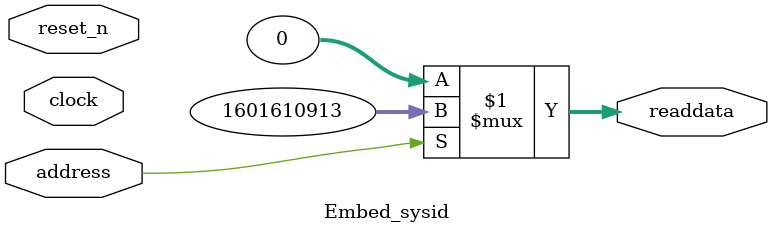
<source format=v>



// synthesis translate_off
`timescale 1ns / 1ps
// synthesis translate_on

// turn off superfluous verilog processor warnings 
// altera message_level Level1 
// altera message_off 10034 10035 10036 10037 10230 10240 10030 

module Embed_sysid (
               // inputs:
                address,
                clock,
                reset_n,

               // outputs:
                readdata
             )
;

  output  [ 31: 0] readdata;
  input            address;
  input            clock;
  input            reset_n;

  wire    [ 31: 0] readdata;
  //control_slave, which is an e_avalon_slave
  assign readdata = address ? 1601610913 : 0;

endmodule



</source>
